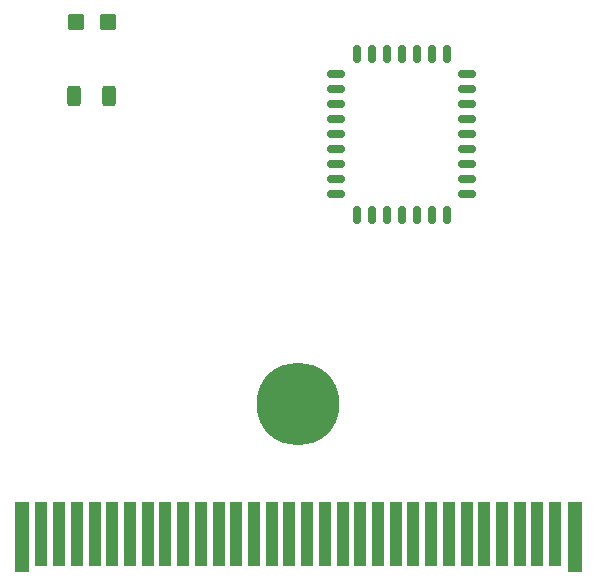
<source format=gts>
G04 #@! TF.GenerationSoftware,KiCad,Pcbnew,(6.0.6)*
G04 #@! TF.CreationDate,2022-11-05T17:07:15-04:00*
G04 #@! TF.ProjectId,isaacCart,69736161-6343-4617-9274-2e6b69636164,rev?*
G04 #@! TF.SameCoordinates,Original*
G04 #@! TF.FileFunction,Soldermask,Top*
G04 #@! TF.FilePolarity,Negative*
%FSLAX46Y46*%
G04 Gerber Fmt 4.6, Leading zero omitted, Abs format (unit mm)*
G04 Created by KiCad (PCBNEW (6.0.6)) date 2022-11-05 17:07:15*
%MOMM*%
%LPD*%
G01*
G04 APERTURE LIST*
G04 Aperture macros list*
%AMRoundRect*
0 Rectangle with rounded corners*
0 $1 Rounding radius*
0 $2 $3 $4 $5 $6 $7 $8 $9 X,Y pos of 4 corners*
0 Add a 4 corners polygon primitive as box body*
4,1,4,$2,$3,$4,$5,$6,$7,$8,$9,$2,$3,0*
0 Add four circle primitives for the rounded corners*
1,1,$1+$1,$2,$3*
1,1,$1+$1,$4,$5*
1,1,$1+$1,$6,$7*
1,1,$1+$1,$8,$9*
0 Add four rect primitives between the rounded corners*
20,1,$1+$1,$2,$3,$4,$5,0*
20,1,$1+$1,$4,$5,$6,$7,0*
20,1,$1+$1,$6,$7,$8,$9,0*
20,1,$1+$1,$8,$9,$2,$3,0*%
G04 Aperture macros list end*
%ADD10C,7.000000*%
%ADD11RoundRect,0.250000X0.312500X0.625000X-0.312500X0.625000X-0.312500X-0.625000X0.312500X-0.625000X0*%
%ADD12R,1.300000X6.000000*%
%ADD13R,1.000000X5.500000*%
%ADD14RoundRect,0.250000X-0.450000X-0.425000X0.450000X-0.425000X0.450000X0.425000X-0.450000X0.425000X0*%
%ADD15RoundRect,0.150000X-0.150000X-0.587500X0.150000X-0.587500X0.150000X0.587500X-0.150000X0.587500X0*%
%ADD16RoundRect,0.150000X-0.587500X-0.150000X0.587500X-0.150000X0.587500X0.150000X-0.587500X0.150000X0*%
G04 APERTURE END LIST*
D10*
X128691240Y-123993407D03*
D11*
X112652500Y-97870000D03*
X109727500Y-97870000D03*
D12*
X152091240Y-135183407D03*
D13*
X150441240Y-134933407D03*
X148941240Y-134933407D03*
X147441240Y-134933407D03*
X145941240Y-134933407D03*
X144441240Y-134933407D03*
X142941240Y-134933407D03*
X141441240Y-134933407D03*
X139941240Y-134933407D03*
X138441240Y-134933407D03*
X136941240Y-134933407D03*
X135441240Y-134933407D03*
X133941240Y-134933407D03*
X132441240Y-134933407D03*
X130941240Y-134933407D03*
X129441240Y-134933407D03*
X127941240Y-134933407D03*
X126441240Y-134933407D03*
X124941240Y-134933407D03*
X123441240Y-134933407D03*
X121941240Y-134933407D03*
X120441240Y-134933407D03*
X118941240Y-134933407D03*
X117441240Y-134933407D03*
X115941240Y-134933407D03*
X114441240Y-134933407D03*
X112941240Y-134933407D03*
X111441240Y-134933407D03*
X109941240Y-134933407D03*
X108441240Y-134933407D03*
X106941240Y-134933407D03*
D12*
X105291240Y-135183407D03*
D14*
X109840000Y-91620000D03*
X112540000Y-91620000D03*
D15*
X137440000Y-94282500D03*
X136170000Y-94282500D03*
X134900000Y-94282500D03*
X133630000Y-94282500D03*
D16*
X131877500Y-96040000D03*
X131877500Y-97310000D03*
X131877500Y-98580000D03*
X131877500Y-99850000D03*
X131877500Y-101120000D03*
X131877500Y-102390000D03*
X131877500Y-103660000D03*
X131877500Y-104930000D03*
X131877500Y-106200000D03*
D15*
X133630000Y-107957500D03*
X134900000Y-107957500D03*
X136170000Y-107957500D03*
X137440000Y-107957500D03*
X138710000Y-107957500D03*
X139980000Y-107957500D03*
X141250000Y-107957500D03*
D16*
X143002500Y-106200000D03*
X143002500Y-104930000D03*
X143002500Y-103660000D03*
X143002500Y-102390000D03*
X143002500Y-101120000D03*
X143002500Y-99850000D03*
X143002500Y-98580000D03*
X143002500Y-97310000D03*
X143002500Y-96040000D03*
D15*
X141250000Y-94282500D03*
X139980000Y-94282500D03*
X138710000Y-94282500D03*
M02*

</source>
